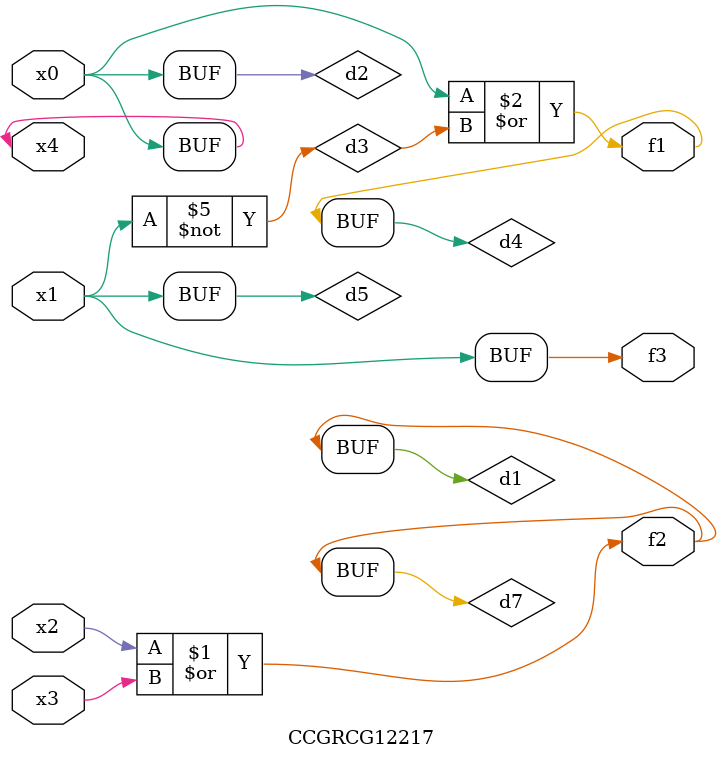
<source format=v>
module CCGRCG12217(
	input x0, x1, x2, x3, x4,
	output f1, f2, f3
);

	wire d1, d2, d3, d4, d5, d6, d7;

	or (d1, x2, x3);
	buf (d2, x0, x4);
	not (d3, x1);
	or (d4, d2, d3);
	not (d5, d3);
	nand (d6, d1, d3);
	or (d7, d1);
	assign f1 = d4;
	assign f2 = d7;
	assign f3 = d5;
endmodule

</source>
